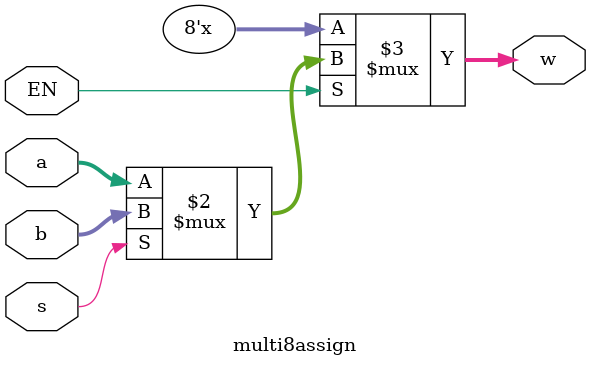
<source format=sv>
`timescale 1ns/1ns
module multi8assign (input [7:0] a,b,input s,EN, output [7:0] w);
	assign w = EN ? (~s ? a : b) : 8'bz ;
endmodule

</source>
